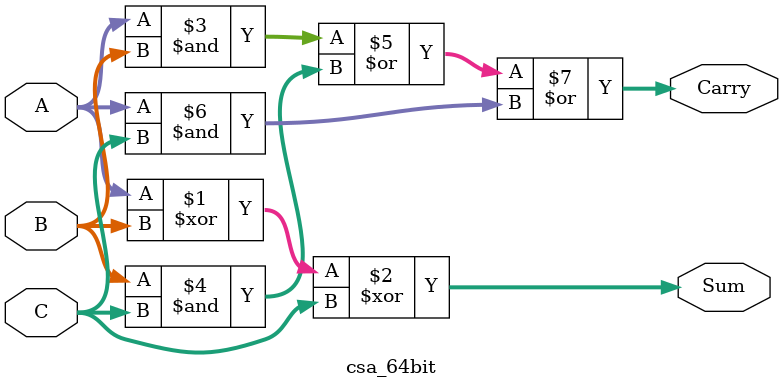
<source format=sv>
module csa_64bit(
    input  logic [63:0] A,
    input  logic [63:0] B,
    input  logic [63:0] C,
    output logic [63:0] Sum,
    output logic [63:0] Carry
);

    assign Sum   = A ^ B ^ C;
    assign Carry = (A & B) | (B & C) | (A & C);

endmodule

</source>
